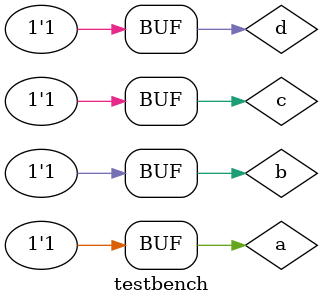
<source format=sv>
`timescale 1ns / 1ps


module testbench( );
    logic a,b,c,d,s,m;
    labcalc dut(
        .a(a),
        .b(b),
        .c(c),
        .d(d),
        .s(s),
        .m(m)
    );
    initial begin
        for (int i=0; i<16; i=i+1) begin
            {d,c,b,a} = i;
            #1;
        end
     end
endmodule

</source>
